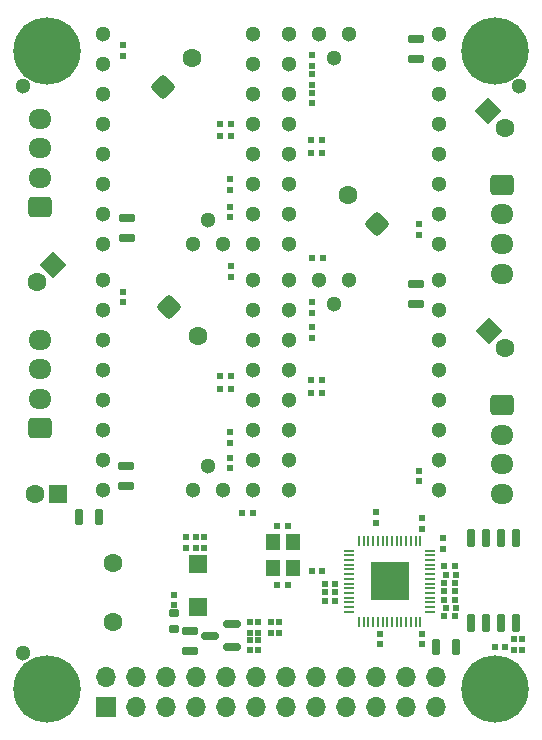
<source format=gbr>
G04 #@! TF.GenerationSoftware,KiCad,Pcbnew,(5.99.0-11678-ga208dac8d8)*
G04 #@! TF.CreationDate,2021-08-12T16:35:18+03:00*
G04 #@! TF.ProjectId,StepperDriverModuleCarrier,53746570-7065-4724-9472-697665724d6f,rev?*
G04 #@! TF.SameCoordinates,Original*
G04 #@! TF.FileFunction,Soldermask,Top*
G04 #@! TF.FilePolarity,Negative*
%FSLAX46Y46*%
G04 Gerber Fmt 4.6, Leading zero omitted, Abs format (unit mm)*
G04 Created by KiCad (PCBNEW (5.99.0-11678-ga208dac8d8)) date 2021-08-12 16:35:18*
%MOMM*%
%LPD*%
G01*
G04 APERTURE LIST*
G04 Aperture macros list*
%AMRoundRect*
0 Rectangle with rounded corners*
0 $1 Rounding radius*
0 $2 $3 $4 $5 $6 $7 $8 $9 X,Y pos of 4 corners*
0 Add a 4 corners polygon primitive as box body*
4,1,4,$2,$3,$4,$5,$6,$7,$8,$9,$2,$3,0*
0 Add four circle primitives for the rounded corners*
1,1,$1+$1,$2,$3*
1,1,$1+$1,$4,$5*
1,1,$1+$1,$6,$7*
1,1,$1+$1,$8,$9*
0 Add four rect primitives between the rounded corners*
20,1,$1+$1,$2,$3,$4,$5,0*
20,1,$1+$1,$4,$5,$6,$7,0*
20,1,$1+$1,$6,$7,$8,$9,0*
20,1,$1+$1,$8,$9,$2,$3,0*%
%AMRotRect*
0 Rectangle, with rotation*
0 The origin of the aperture is its center*
0 $1 length*
0 $2 width*
0 $3 Rotation angle, in degrees counterclockwise*
0 Add horizontal line*
21,1,$1,$2,0,0,$3*%
G04 Aperture macros list end*
%ADD10RoundRect,0.070000X-0.210000X0.160000X-0.210000X-0.160000X0.210000X-0.160000X0.210000X0.160000X0*%
%ADD11RoundRect,0.250000X0.725000X-0.600000X0.725000X0.600000X-0.725000X0.600000X-0.725000X-0.600000X0*%
%ADD12O,1.950000X1.700000*%
%ADD13RoundRect,0.080000X-0.150000X-0.200000X0.150000X-0.200000X0.150000X0.200000X-0.150000X0.200000X0*%
%ADD14RoundRect,0.080000X0.150000X0.200000X-0.150000X0.200000X-0.150000X-0.200000X0.150000X-0.200000X0*%
%ADD15RoundRect,0.070000X-0.160000X-0.210000X0.160000X-0.210000X0.160000X0.210000X-0.160000X0.210000X0*%
%ADD16C,1.300000*%
%ADD17RoundRect,0.085000X-0.345000X0.220000X-0.345000X-0.220000X0.345000X-0.220000X0.345000X0.220000X0*%
%ADD18RoundRect,0.115000X-0.260000X-0.535000X0.260000X-0.535000X0.260000X0.535000X-0.260000X0.535000X0*%
%ADD19RoundRect,0.070000X0.210000X-0.160000X0.210000X0.160000X-0.210000X0.160000X-0.210000X-0.160000X0*%
%ADD20RoundRect,0.115000X-0.535000X0.260000X-0.535000X-0.260000X0.535000X-0.260000X0.535000X0.260000X0*%
%ADD21C,3.600000*%
%ADD22C,5.700000*%
%ADD23RoundRect,0.080000X-0.200000X0.150000X-0.200000X-0.150000X0.200000X-0.150000X0.200000X0.150000X0*%
%ADD24RoundRect,0.150000X0.587500X0.150000X-0.587500X0.150000X-0.587500X-0.150000X0.587500X-0.150000X0*%
%ADD25RoundRect,0.070000X0.160000X0.210000X-0.160000X0.210000X-0.160000X-0.210000X0.160000X-0.210000X0*%
%ADD26RoundRect,0.050000X-0.050000X0.387500X-0.050000X-0.387500X0.050000X-0.387500X0.050000X0.387500X0*%
%ADD27RoundRect,0.050000X-0.387500X0.050000X-0.387500X-0.050000X0.387500X-0.050000X0.387500X0.050000X0*%
%ADD28R,3.200000X3.200000*%
%ADD29RoundRect,0.115000X0.535000X-0.260000X0.535000X0.260000X-0.535000X0.260000X-0.535000X-0.260000X0*%
%ADD30R,1.600000X1.600000*%
%ADD31C,1.600000*%
%ADD32RotRect,1.600000X1.600000X315.000000*%
%ADD33RoundRect,0.329600X-0.665246X0.000000X0.000000X-0.665246X0.665246X0.000000X0.000000X0.665246X0*%
%ADD34RoundRect,0.080000X0.200000X-0.150000X0.200000X0.150000X-0.200000X0.150000X-0.200000X-0.150000X0*%
%ADD35RotRect,1.600000X1.600000X225.000000*%
%ADD36RoundRect,0.242000X-0.560000X0.560000X-0.560000X-0.560000X0.560000X-0.560000X0.560000X0.560000X0*%
%ADD37R,1.200000X1.400000*%
%ADD38RoundRect,0.329600X0.665246X0.000000X0.000000X0.665246X-0.665246X0.000000X0.000000X-0.665246X0*%
%ADD39RoundRect,0.250000X-0.725000X0.600000X-0.725000X-0.600000X0.725000X-0.600000X0.725000X0.600000X0*%
%ADD40RoundRect,0.150000X-0.150000X0.650000X-0.150000X-0.650000X0.150000X-0.650000X0.150000X0.650000X0*%
%ADD41R,1.700000X1.700000*%
%ADD42O,1.700000X1.700000*%
%ADD43RoundRect,0.329600X0.000000X-0.665246X0.665246X0.000000X0.000000X0.665246X-0.665246X0.000000X0*%
G04 APERTURE END LIST*
D10*
G04 #@! TO.C,R23*
X113750000Y-99050000D03*
X113750000Y-99950000D03*
G04 #@! TD*
G04 #@! TO.C,R15*
X118550000Y-87450000D03*
X118550000Y-88350000D03*
G04 #@! TD*
D11*
G04 #@! TO.C,M3*
X102475000Y-84950000D03*
D12*
X102475000Y-82450000D03*
X102475000Y-79950000D03*
X102475000Y-77450000D03*
G04 #@! TD*
D13*
G04 #@! TO.C,C2*
X122500000Y-93200000D03*
X123400000Y-93200000D03*
G04 #@! TD*
D14*
G04 #@! TO.C,C34*
X127450000Y-98150000D03*
X126550000Y-98150000D03*
G04 #@! TD*
D10*
G04 #@! TO.C,R11*
X118550000Y-66200000D03*
X118550000Y-67100000D03*
G04 #@! TD*
D15*
G04 #@! TO.C,R21*
X117700000Y-80500000D03*
X118600000Y-80500000D03*
G04 #@! TD*
D14*
G04 #@! TO.C,C31*
X120450000Y-92100000D03*
X119550000Y-92100000D03*
G04 #@! TD*
D16*
G04 #@! TO.C,A2*
X123550000Y-51560000D03*
X123550000Y-54100000D03*
X123550000Y-56640000D03*
X123550000Y-59180000D03*
X123550000Y-61720000D03*
X123550000Y-64260000D03*
X123550000Y-66800000D03*
X123550000Y-69340000D03*
X136250000Y-69340000D03*
X136250000Y-66800000D03*
X136250000Y-64260000D03*
X136250000Y-61720000D03*
X136250000Y-59180000D03*
X136250000Y-56640000D03*
X136250000Y-54100000D03*
X136250000Y-51560000D03*
X128630000Y-51560000D03*
X126090000Y-51560000D03*
X127360000Y-53592000D03*
G04 #@! TD*
D17*
G04 #@! TO.C,D2*
X113750000Y-100625000D03*
X113750000Y-101975000D03*
G04 #@! TD*
D18*
G04 #@! TO.C,C3*
X105775000Y-92450000D03*
X107425000Y-92450000D03*
G04 #@! TD*
D19*
G04 #@! TO.C,R6*
X115650000Y-95050000D03*
X115650000Y-94150000D03*
G04 #@! TD*
D20*
G04 #@! TO.C,C10*
X134250000Y-52025000D03*
X134250000Y-53675000D03*
G04 #@! TD*
D13*
G04 #@! TO.C,C40*
X136650000Y-100850000D03*
X137550000Y-100850000D03*
G04 #@! TD*
D21*
G04 #@! TO.C,H4*
X103000000Y-53000000D03*
D22*
X103000000Y-53000000D03*
G04 #@! TD*
D23*
G04 #@! TO.C,C18*
X134500000Y-88550000D03*
X134500000Y-89450000D03*
G04 #@! TD*
D19*
G04 #@! TO.C,R18*
X125450000Y-77300000D03*
X125450000Y-76400000D03*
G04 #@! TD*
D24*
G04 #@! TO.C,U3*
X118737500Y-103450000D03*
X118737500Y-101550000D03*
X116862500Y-102500000D03*
G04 #@! TD*
D11*
G04 #@! TO.C,M1*
X102475000Y-66250000D03*
D12*
X102475000Y-63750000D03*
X102475000Y-61250000D03*
X102475000Y-58750000D03*
G04 #@! TD*
D23*
G04 #@! TO.C,C33*
X131200000Y-102350000D03*
X131200000Y-103250000D03*
G04 #@! TD*
D10*
G04 #@! TO.C,R7*
X120900000Y-102850000D03*
X120900000Y-103750000D03*
G04 #@! TD*
D13*
G04 #@! TO.C,C9*
X136800000Y-97350000D03*
X137700000Y-97350000D03*
G04 #@! TD*
D25*
G04 #@! TO.C,R8*
X137550000Y-96650000D03*
X136650000Y-96650000D03*
G04 #@! TD*
D16*
G04 #@! TO.C,FD3*
X143000000Y-56000000D03*
G04 #@! TD*
D26*
G04 #@! TO.C,U1*
X134650000Y-94462500D03*
X134250000Y-94462500D03*
X133850000Y-94462500D03*
X133450000Y-94462500D03*
X133050000Y-94462500D03*
X132650000Y-94462500D03*
X132250000Y-94462500D03*
X131850000Y-94462500D03*
X131450000Y-94462500D03*
X131050000Y-94462500D03*
X130650000Y-94462500D03*
X130250000Y-94462500D03*
X129850000Y-94462500D03*
X129450000Y-94462500D03*
D27*
X128612500Y-95300000D03*
X128612500Y-95700000D03*
X128612500Y-96100000D03*
X128612500Y-96500000D03*
X128612500Y-96900000D03*
X128612500Y-97300000D03*
X128612500Y-97700000D03*
X128612500Y-98100000D03*
X128612500Y-98500000D03*
X128612500Y-98900000D03*
X128612500Y-99300000D03*
X128612500Y-99700000D03*
X128612500Y-100100000D03*
X128612500Y-100500000D03*
D26*
X129450000Y-101337500D03*
X129850000Y-101337500D03*
X130250000Y-101337500D03*
X130650000Y-101337500D03*
X131050000Y-101337500D03*
X131450000Y-101337500D03*
X131850000Y-101337500D03*
X132250000Y-101337500D03*
X132650000Y-101337500D03*
X133050000Y-101337500D03*
X133450000Y-101337500D03*
X133850000Y-101337500D03*
X134250000Y-101337500D03*
X134650000Y-101337500D03*
D27*
X135487500Y-100500000D03*
X135487500Y-100100000D03*
X135487500Y-99700000D03*
X135487500Y-99300000D03*
X135487500Y-98900000D03*
X135487500Y-98500000D03*
X135487500Y-98100000D03*
X135487500Y-97700000D03*
X135487500Y-97300000D03*
X135487500Y-96900000D03*
X135487500Y-96500000D03*
X135487500Y-96100000D03*
X135487500Y-95700000D03*
X135487500Y-95300000D03*
D28*
X132050000Y-97900000D03*
G04 #@! TD*
D23*
G04 #@! TO.C,C14*
X134550000Y-67650000D03*
X134550000Y-68550000D03*
G04 #@! TD*
D14*
G04 #@! TO.C,C22*
X141850000Y-103500000D03*
X140950000Y-103500000D03*
G04 #@! TD*
D15*
G04 #@! TO.C,R2*
X136650000Y-99450000D03*
X137550000Y-99450000D03*
G04 #@! TD*
D23*
G04 #@! TO.C,C23*
X143250000Y-102800000D03*
X143250000Y-103700000D03*
G04 #@! TD*
D29*
G04 #@! TO.C,C11*
X109750000Y-89825000D03*
X109750000Y-88175000D03*
G04 #@! TD*
D20*
G04 #@! TO.C,C12*
X134250000Y-72775000D03*
X134250000Y-74425000D03*
G04 #@! TD*
D30*
G04 #@! TO.C,C15*
X104000000Y-90550000D03*
D31*
X102000000Y-90550000D03*
G04 #@! TD*
D15*
G04 #@! TO.C,R19*
X117700000Y-59150000D03*
X118600000Y-59150000D03*
G04 #@! TD*
D10*
G04 #@! TO.C,R16*
X118550000Y-85300000D03*
X118550000Y-86200000D03*
G04 #@! TD*
D19*
G04 #@! TO.C,R17*
X125450000Y-75150000D03*
X125450000Y-74250000D03*
G04 #@! TD*
D31*
G04 #@! TO.C,J2*
X108650000Y-96350000D03*
X108650000Y-101350000D03*
G04 #@! TD*
D25*
G04 #@! TO.C,R20*
X126300000Y-61650000D03*
X125400000Y-61650000D03*
G04 #@! TD*
D32*
G04 #@! TO.C,C13*
X140374634Y-58074634D03*
D31*
X141788848Y-59488848D03*
G04 #@! TD*
D19*
G04 #@! TO.C,R5*
X114800000Y-95050000D03*
X114800000Y-94150000D03*
G04 #@! TD*
D25*
G04 #@! TO.C,R1*
X127450000Y-99550000D03*
X126550000Y-99550000D03*
G04 #@! TD*
D33*
G04 #@! TO.C,C41*
X113362563Y-74662563D03*
D31*
X115837437Y-77137437D03*
G04 #@! TD*
D29*
G04 #@! TO.C,C6*
X109850000Y-68825000D03*
X109850000Y-67175000D03*
G04 #@! TD*
D34*
G04 #@! TO.C,C8*
X109450000Y-53400000D03*
X109450000Y-52500000D03*
G04 #@! TD*
D15*
G04 #@! TO.C,R24*
X117700000Y-60200000D03*
X118600000Y-60200000D03*
G04 #@! TD*
D23*
G04 #@! TO.C,C29*
X120200000Y-101350000D03*
X120200000Y-102250000D03*
G04 #@! TD*
D16*
G04 #@! TO.C,A3*
X120450000Y-90190000D03*
X120450000Y-87650000D03*
X120450000Y-85110000D03*
X120450000Y-82570000D03*
X120450000Y-80030000D03*
X120450000Y-77490000D03*
X120450000Y-74950000D03*
X120450000Y-72410000D03*
X107750000Y-72410000D03*
X107750000Y-74950000D03*
X107750000Y-77490000D03*
X107750000Y-80030000D03*
X107750000Y-82570000D03*
X107750000Y-85110000D03*
X107750000Y-87650000D03*
X107750000Y-90190000D03*
X115370000Y-90190000D03*
X117910000Y-90190000D03*
X116640000Y-88158000D03*
G04 #@! TD*
D25*
G04 #@! TO.C,R4*
X126350000Y-97050000D03*
X125450000Y-97050000D03*
G04 #@! TD*
D23*
G04 #@! TO.C,C20*
X118600000Y-71250000D03*
X118600000Y-72150000D03*
G04 #@! TD*
G04 #@! TO.C,C27*
X122700000Y-101350000D03*
X122700000Y-102250000D03*
G04 #@! TD*
D20*
G04 #@! TO.C,C28*
X115150000Y-102125000D03*
X115150000Y-103775000D03*
G04 #@! TD*
D23*
G04 #@! TO.C,C21*
X125450000Y-53350000D03*
X125450000Y-54250000D03*
G04 #@! TD*
D15*
G04 #@! TO.C,R3*
X136650000Y-98750000D03*
X137550000Y-98750000D03*
G04 #@! TD*
D19*
G04 #@! TO.C,R9*
X136550000Y-95150000D03*
X136550000Y-94250000D03*
G04 #@! TD*
D35*
G04 #@! TO.C,C7*
X103572366Y-71120634D03*
D31*
X102158152Y-72534848D03*
G04 #@! TD*
D16*
G04 #@! TO.C,A1*
X120450000Y-69340000D03*
X120450000Y-66800000D03*
X120450000Y-64260000D03*
X120450000Y-61720000D03*
X120450000Y-59180000D03*
X120450000Y-56640000D03*
X120450000Y-54100000D03*
X120450000Y-51560000D03*
X107750000Y-51560000D03*
X107750000Y-54100000D03*
X107750000Y-56640000D03*
X107750000Y-59180000D03*
X107750000Y-61720000D03*
X107750000Y-64260000D03*
X107750000Y-66800000D03*
X107750000Y-69340000D03*
X115370000Y-69340000D03*
X117910000Y-69340000D03*
X116640000Y-67308000D03*
G04 #@! TD*
D13*
G04 #@! TO.C,C38*
X136650000Y-98050000D03*
X137550000Y-98050000D03*
G04 #@! TD*
D21*
G04 #@! TO.C,H2*
X141000000Y-107000000D03*
D22*
X141000000Y-107000000D03*
G04 #@! TD*
D10*
G04 #@! TO.C,R10*
X122000000Y-101350000D03*
X122000000Y-102250000D03*
G04 #@! TD*
D36*
G04 #@! TO.C,D1*
X115850000Y-100100000D03*
X115850000Y-96400000D03*
G04 #@! TD*
D34*
G04 #@! TO.C,C35*
X130900000Y-92950000D03*
X130900000Y-92050000D03*
G04 #@! TD*
D22*
G04 #@! TO.C,H3*
X141000000Y-53000000D03*
D21*
X141000000Y-53000000D03*
G04 #@! TD*
D34*
G04 #@! TO.C,C25*
X116350000Y-95050000D03*
X116350000Y-94150000D03*
G04 #@! TD*
D14*
G04 #@! TO.C,C5*
X123450000Y-98250000D03*
X122550000Y-98250000D03*
G04 #@! TD*
D13*
G04 #@! TO.C,C37*
X125500000Y-70500000D03*
X126400000Y-70500000D03*
G04 #@! TD*
D23*
G04 #@! TO.C,C26*
X120200000Y-102850000D03*
X120200000Y-103750000D03*
G04 #@! TD*
D25*
G04 #@! TO.C,R27*
X126300000Y-80900000D03*
X125400000Y-80900000D03*
G04 #@! TD*
D15*
G04 #@! TO.C,R26*
X117700000Y-81600000D03*
X118600000Y-81600000D03*
G04 #@! TD*
D19*
G04 #@! TO.C,R14*
X125450000Y-57450000D03*
X125450000Y-56550000D03*
G04 #@! TD*
D16*
G04 #@! TO.C,A4*
X123550000Y-72410000D03*
X123550000Y-74950000D03*
X123550000Y-77490000D03*
X123550000Y-80030000D03*
X123550000Y-82570000D03*
X123550000Y-85110000D03*
X123550000Y-87650000D03*
X123550000Y-90190000D03*
X136250000Y-90190000D03*
X136250000Y-87650000D03*
X136250000Y-85110000D03*
X136250000Y-82570000D03*
X136250000Y-80030000D03*
X136250000Y-77490000D03*
X136250000Y-74950000D03*
X136250000Y-72410000D03*
X128630000Y-72410000D03*
X126090000Y-72410000D03*
X127360000Y-74442000D03*
G04 #@! TD*
D25*
G04 #@! TO.C,R22*
X126300000Y-81950000D03*
X125400000Y-81950000D03*
G04 #@! TD*
D16*
G04 #@! TO.C,FD2*
X101000000Y-56000000D03*
G04 #@! TD*
D19*
G04 #@! TO.C,R13*
X125450000Y-55850000D03*
X125450000Y-54950000D03*
G04 #@! TD*
D25*
G04 #@! TO.C,R25*
X126300000Y-60550000D03*
X125400000Y-60550000D03*
G04 #@! TD*
D37*
G04 #@! TO.C,Y1*
X122150000Y-94600000D03*
X122150000Y-96800000D03*
X123850000Y-96800000D03*
X123850000Y-94600000D03*
G04 #@! TD*
D34*
G04 #@! TO.C,C16*
X109450000Y-74300000D03*
X109450000Y-73400000D03*
G04 #@! TD*
D16*
G04 #@! TO.C,FD1*
X101000000Y-104000000D03*
G04 #@! TD*
D10*
G04 #@! TO.C,R12*
X118550000Y-63850000D03*
X118550000Y-64750000D03*
G04 #@! TD*
D23*
G04 #@! TO.C,C32*
X134750000Y-102350000D03*
X134750000Y-103250000D03*
G04 #@! TD*
D38*
G04 #@! TO.C,C39*
X130987437Y-67687437D03*
D31*
X128512563Y-65212563D03*
G04 #@! TD*
D23*
G04 #@! TO.C,C30*
X120900000Y-101350000D03*
X120900000Y-102250000D03*
G04 #@! TD*
D13*
G04 #@! TO.C,C4*
X136800000Y-100150000D03*
X137700000Y-100150000D03*
G04 #@! TD*
D39*
G04 #@! TO.C,M4*
X141525000Y-83000000D03*
D12*
X141525000Y-85500000D03*
X141525000Y-88000000D03*
X141525000Y-90500000D03*
G04 #@! TD*
D22*
G04 #@! TO.C,H1*
X103000000Y-107000000D03*
D21*
X103000000Y-107000000D03*
G04 #@! TD*
D32*
G04 #@! TO.C,C17*
X140422634Y-76708634D03*
D31*
X141836848Y-78122848D03*
G04 #@! TD*
D40*
G04 #@! TO.C,U2*
X142755000Y-94250000D03*
X141485000Y-94250000D03*
X140215000Y-94250000D03*
X138945000Y-94250000D03*
X138945000Y-101450000D03*
X140215000Y-101450000D03*
X141485000Y-101450000D03*
X142755000Y-101450000D03*
G04 #@! TD*
D18*
G04 #@! TO.C,C19*
X135975000Y-103450000D03*
X137625000Y-103450000D03*
G04 #@! TD*
D39*
G04 #@! TO.C,M2*
X141525000Y-64350000D03*
D12*
X141525000Y-66850000D03*
X141525000Y-69350000D03*
X141525000Y-71850000D03*
G04 #@! TD*
D34*
G04 #@! TO.C,C36*
X134800000Y-93450000D03*
X134800000Y-92550000D03*
G04 #@! TD*
D14*
G04 #@! TO.C,C1*
X127450000Y-98850000D03*
X126550000Y-98850000D03*
G04 #@! TD*
D23*
G04 #@! TO.C,C24*
X142550000Y-102800000D03*
X142550000Y-103700000D03*
G04 #@! TD*
D41*
G04 #@! TO.C,J1*
X108060001Y-108525000D03*
D42*
X108060001Y-105985000D03*
X110600001Y-108525000D03*
X110600001Y-105985000D03*
X113140001Y-108525000D03*
X113140001Y-105985000D03*
X115680001Y-108525000D03*
X115680001Y-105985000D03*
X118220001Y-108525000D03*
X118220001Y-105985000D03*
X120760001Y-108525000D03*
X120760001Y-105985000D03*
X123300001Y-108525000D03*
X123300001Y-105985000D03*
X125840001Y-108525000D03*
X125840001Y-105985000D03*
X128380001Y-108525000D03*
X128380001Y-105985000D03*
X130920001Y-108525000D03*
X130920001Y-105985000D03*
X133460001Y-108525000D03*
X133460001Y-105985000D03*
X136000001Y-108525000D03*
X136000001Y-105985000D03*
G04 #@! TD*
D43*
G04 #@! TO.C,C42*
X112862563Y-56037437D03*
D31*
X115337437Y-53562563D03*
G04 #@! TD*
M02*

</source>
